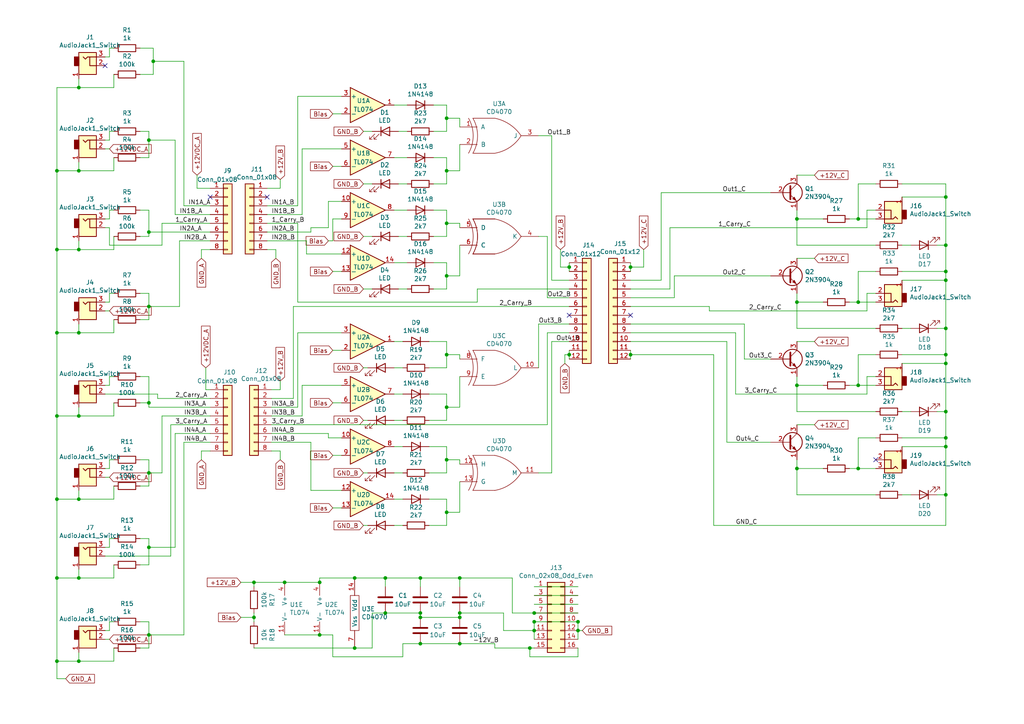
<source format=kicad_sch>
(kicad_sch (version 20250114) (generator "eeschema") (generator_version "9.0")
  (paper "A4")
  (junction (at 248.92 87.63))
  (junction (at 16.51 72.39))
  (junction (at 274.32 143.51))
  (junction (at 248.92 135.89))
  (junction (at 16.51 120.65))
  (junction (at 129.54 133.35))
  (junction (at 274.32 81.28))
  (junction (at 129.54 64.77))
  (junction (at 73.66 168.91))
  (junction (at 92.71 184.15))
  (junction (at 182.88 77.47))
  (junction (at 231.14 111.76))
  (junction (at 82.55 168.91))
  (junction (at 22.86 25.4))
  (junction (at 22.86 120.65))
  (junction (at 121.92 167.64))
  (junction (at 231.14 63.5))
  (junction (at 154.94 180.34))
  (junction (at 154.94 182.88))
  (junction (at 167.64 182.88))
  (junction (at 102.87 167.64))
  (junction (at 274.32 119.38))
  (junction (at 16.51 49.53))
  (junction (at 43.18 184.15))
  (junction (at 154.94 177.8))
  (junction (at 22.86 72.39))
  (junction (at 43.18 158.75))
  (junction (at 129.54 102.87))
  (junction (at 274.32 95.25))
  (junction (at 16.51 191.77))
  (junction (at 22.86 96.52))
  (junction (at 274.32 129.54))
  (junction (at 274.32 105.41))
  (junction (at 129.54 118.11))
  (junction (at 16.51 144.78))
  (junction (at 129.54 49.53))
  (junction (at 182.88 102.87))
  (junction (at 16.51 167.64))
  (junction (at 43.18 116.84))
  (junction (at 231.14 135.89))
  (junction (at 274.32 71.12))
  (junction (at 43.18 137.16))
  (junction (at 133.35 177.8))
  (junction (at 43.18 40.64))
  (junction (at 102.87 187.96))
  (junction (at 165.1 77.47))
  (junction (at 22.86 49.53))
  (junction (at 133.35 186.69))
  (junction (at 43.18 67.31))
  (junction (at 121.92 177.8))
  (junction (at 92.71 168.91))
  (junction (at 43.18 88.9))
  (junction (at 22.86 144.78))
  (junction (at 111.76 167.64))
  (junction (at 22.86 167.64))
  (junction (at 231.14 87.63))
  (junction (at 248.92 63.5))
  (junction (at 73.66 179.07))
  (junction (at 153.67 187.96))
  (junction (at 121.92 186.69))
  (junction (at 111.76 177.8))
  (junction (at 22.86 191.77))
  (junction (at 129.54 34.29))
  (junction (at 44.45 17.78))
  (junction (at 129.54 80.01))
  (junction (at 133.35 179.07))
  (junction (at 121.92 179.07))
  (junction (at 274.32 127))
  (junction (at 129.54 148.59))
  (junction (at 167.64 180.34))
  (junction (at 16.51 96.52))
  (junction (at 274.32 57.15))
  (junction (at 274.32 102.87))
  (junction (at 165.1 102.87))
  (junction (at 274.32 78.74))
  (junction (at 248.92 111.76))
  (junction (at 133.35 167.64))
  (no_connect (at 182.88 91.44))
  (no_connect (at 165.1 91.44))
  (no_connect (at 60.96 57.15))
  (no_connect (at 77.47 57.15))
  (no_connect (at 30.48 19.05))
  (no_connect (at 254 133.35))
  (wire (pts (xy 22.86 191.77) (xy 33.02 191.77)))
  (wire (pts (xy 60.96 113.03) (xy 59.69 113.03)))
  (wire (pts (xy 231.14 74.93) (xy 236.22 74.93)))
  (wire (pts (xy 111.76 167.64) (xy 111.76 170.18)))
  (wire (pts (xy 246.38 87.63) (xy 248.92 87.63)))
  (wire (pts (xy 30.48 87.63) (xy 31.75 87.63)))
  (wire (pts (xy 31.75 158.75) (xy 31.75 156.21)))
  (wire (pts (xy 43.18 38.1) (xy 43.18 40.64)))
  (wire (pts (xy 231.14 99.06) (xy 236.22 99.06)))
  (wire (pts (xy 40.64 60.96) (xy 43.18 60.96)))
  (wire (pts (xy 153.67 187.96) (xy 153.67 190.5)))
  (wire (pts (xy 133.35 133.35) (xy 129.54 133.35)))
  (wire (pts (xy 43.18 88.9) (xy 43.18 92.71)))
  (wire (pts (xy 43.18 133.35) (xy 43.18 137.16)))
  (wire (pts (xy 182.88 102.87) (xy 182.88 101.6)))
  (wire (pts (xy 87.63 111.76) (xy 87.63 120.65)))
  (wire (pts (xy 31.75 85.09) (xy 33.02 85.09)))
  (wire (pts (xy 22.86 142.24) (xy 22.86 144.78)))
  (wire (pts (xy 40.64 13.97) (xy 44.45 13.97)))
  (wire (pts (xy 248.92 87.63) (xy 254 87.63)))
  (wire (pts (xy 78.74 130.81) (xy 81.28 130.81)))
  (wire (pts (xy 43.18 187.96) (xy 40.64 187.96)))
  (wire (pts (xy 116.84 121.92) (xy 114.3 121.92)))
  (wire (pts (xy 236.22 123.19) (xy 231.14 123.19)))
  (wire (pts (xy 154.94 172.72) (xy 167.64 172.72)))
  (wire (pts (xy 33.02 68.58) (xy 33.02 72.39)))
  (wire (pts (xy 274.32 105.41) (xy 274.32 119.38)))
  (wire (pts (xy 87.63 43.18) (xy 99.06 43.18)))
  (wire (pts (xy 114.3 30.48) (xy 118.11 30.48)))
  (wire (pts (xy 165.1 102.87) (xy 163.83 102.87)))
  (wire (pts (xy 43.18 163.83) (xy 40.64 163.83)))
  (wire (pts (xy 22.86 96.52) (xy 33.02 96.52)))
  (wire (pts (xy 43.18 118.11) (xy 43.18 116.84)))
  (wire (pts (xy 168.91 182.88) (xy 167.64 182.88)))
  (wire (pts (xy 156.21 106.68) (xy 156.21 93.98)))
  (wire (pts (xy 271.78 143.51) (xy 274.32 143.51)))
  (wire (pts (xy 121.92 177.8) (xy 121.92 179.07)))
  (wire (pts (xy 238.76 63.5) (xy 231.14 63.5)))
  (wire (pts (xy 121.92 167.64) (xy 133.35 167.64)))
  (wire (pts (xy 107.95 68.58) (xy 105.41 68.58)))
  (wire (pts (xy 60.96 72.39) (xy 58.42 72.39)))
  (wire (pts (xy 114.3 144.78) (xy 116.84 144.78)))
  (wire (pts (xy 274.32 81.28) (xy 274.32 95.25)))
  (wire (pts (xy 248.92 135.89) (xy 254 135.89)))
  (wire (pts (xy 58.42 72.39) (xy 58.42 74.93)))
  (wire (pts (xy 80.01 72.39) (xy 80.01 74.93)))
  (wire (pts (xy 16.51 144.78) (xy 16.51 167.64)))
  (wire (pts (xy 30.48 158.75) (xy 31.75 158.75)))
  (wire (pts (xy 186.69 72.39) (xy 186.69 77.47)))
  (wire (pts (xy 31.75 38.1) (xy 33.02 38.1)))
  (wire (pts (xy 95.25 125.73) (xy 95.25 127)))
  (wire (pts (xy 274.32 57.15) (xy 274.32 71.12)))
  (wire (pts (xy 43.18 92.71) (xy 40.64 92.71)))
  (wire (pts (xy 88.9 69.85) (xy 88.9 73.66)))
  (wire (pts (xy 129.54 152.4) (xy 124.46 152.4)))
  (wire (pts (xy 50.8 158.75) (xy 43.18 158.75)))
  (wire (pts (xy 238.76 111.76) (xy 231.14 111.76)))
  (wire (pts (xy 129.54 137.16) (xy 124.46 137.16)))
  (wire (pts (xy 191.77 81.28) (xy 182.88 81.28)))
  (wire (pts (xy 99.06 147.32) (xy 96.52 147.32)))
  (wire (pts (xy 182.88 96.52) (xy 213.36 96.52)))
  (wire (pts (xy 78.74 123.19) (xy 158.75 123.19)))
  (wire (pts (xy 31.75 87.63) (xy 31.75 85.09)))
  (wire (pts (xy 215.9 104.14) (xy 223.52 104.14)))
  (wire (pts (xy 30.48 16.51) (xy 31.75 16.51)))
  (wire (pts (xy 195.58 86.36) (xy 182.88 86.36)))
  (wire (pts (xy 96.52 184.15) (xy 96.52 190.5)))
  (wire (pts (xy 43.18 85.09) (xy 43.18 88.9)))
  (wire (pts (xy 238.76 135.89) (xy 231.14 135.89)))
  (wire (pts (xy 40.64 38.1) (xy 43.18 38.1)))
  (wire (pts (xy 31.75 156.21) (xy 33.02 156.21)))
  (wire (pts (xy 43.18 60.96) (xy 43.18 67.31)))
  (wire (pts (xy 167.64 180.34) (xy 167.64 182.88)))
  (wire (pts (xy 46.99 64.77) (xy 60.96 64.77)))
  (wire (pts (xy 22.86 49.53) (xy 33.02 49.53)))
  (wire (pts (xy 30.48 40.64) (xy 31.75 40.64)))
  (wire (pts (xy 133.35 64.77) (xy 133.35 66.04)))
  (wire (pts (xy 215.9 93.98) (xy 215.9 104.14)))
  (wire (pts (xy 99.06 101.6) (xy 96.52 101.6)))
  (wire (pts (xy 81.28 52.07) (xy 81.28 54.61)))
  (wire (pts (xy 165.1 102.87) (xy 165.1 104.14)))
  (wire (pts (xy 129.54 83.82) (xy 125.73 83.82)))
  (wire (pts (xy 22.86 25.4) (xy 33.02 25.4)))
  (wire (pts (xy 121.92 186.69) (xy 133.35 186.69)))
  (wire (pts (xy 22.86 96.52) (xy 16.51 96.52)))
  (wire (pts (xy 43.18 156.21) (xy 43.18 158.75)))
  (wire (pts (xy 81.28 130.81) (xy 81.28 133.35)))
  (wire (pts (xy 99.06 73.66) (xy 88.9 73.66)))
  (wire (pts (xy 107.95 83.82) (xy 105.41 83.82)))
  (wire (pts (xy 231.14 63.5) (xy 231.14 60.96)))
  (wire (pts (xy 22.86 144.78) (xy 33.02 144.78)))
  (wire (pts (xy 129.54 45.72) (xy 129.54 49.53)))
  (wire (pts (xy 33.02 92.71) (xy 33.02 96.52)))
  (wire (pts (xy 129.54 64.77) (xy 133.35 64.77)))
  (wire (pts (xy 138.43 87.63) (xy 86.36 87.63)))
  (wire (pts (xy 248.92 63.5) (xy 254 63.5)))
  (wire (pts (xy 125.73 76.2) (xy 129.54 76.2)))
  (wire (pts (xy 156.21 68.58) (xy 158.75 68.58)))
  (wire (pts (xy 143.51 187.96) (xy 143.51 186.69)))
  (wire (pts (xy 231.14 87.63) (xy 231.14 85.09)))
  (wire (pts (xy 16.51 49.53) (xy 16.51 72.39)))
  (wire (pts (xy 129.54 148.59) (xy 129.54 152.4)))
  (wire (pts (xy 254 143.51) (xy 231.14 143.51)))
  (wire (pts (xy 82.55 184.15) (xy 92.71 184.15)))
  (wire (pts (xy 129.54 49.53) (xy 133.35 49.53)))
  (wire (pts (xy 124.46 114.3) (xy 129.54 114.3)))
  (wire (pts (xy 153.67 187.96) (xy 143.51 187.96)))
  (wire (pts (xy 129.54 38.1) (xy 125.73 38.1)))
  (wire (pts (xy 31.75 111.76) (xy 31.75 109.22)))
  (wire (pts (xy 133.35 104.14) (xy 133.35 102.87)))
  (wire (pts (xy 16.51 72.39) (xy 16.51 96.52)))
  (wire (pts (xy 60.96 118.11) (xy 43.18 118.11)))
  (wire (pts (xy 116.84 186.69) (xy 121.92 186.69)))
  (wire (pts (xy 46.99 120.65) (xy 46.99 137.16)))
  (wire (pts (xy 95.25 58.42) (xy 99.06 58.42)))
  (wire (pts (xy 43.18 116.84) (xy 40.64 116.84)))
  (wire (pts (xy 111.76 177.8) (xy 121.92 177.8)))
  (wire (pts (xy 129.54 68.58) (xy 125.73 68.58)))
  (wire (pts (xy 274.32 81.28) (xy 261.62 81.28)))
  (wire (pts (xy 22.86 165.1) (xy 22.86 167.64)))
  (wire (pts (xy 43.18 40.64) (xy 50.8 40.64)))
  (wire (pts (xy 167.64 182.88) (xy 167.64 185.42)))
  (wire (pts (xy 31.75 40.64) (xy 31.75 38.1)))
  (wire (pts (xy 31.75 71.12) (xy 31.75 66.04)))
  (wire (pts (xy 107.95 177.8) (xy 111.76 177.8)))
  (wire (pts (xy 129.54 80.01) (xy 133.35 80.01)))
  (wire (pts (xy 46.99 71.12) (xy 46.99 64.77)))
  (wire (pts (xy 116.84 106.68) (xy 114.3 106.68)))
  (wire (pts (xy 49.53 123.19) (xy 49.53 161.29)))
  (wire (pts (xy 44.45 17.78) (xy 44.45 21.59)))
  (wire (pts (xy 129.54 106.68) (xy 124.46 106.68)))
  (wire (pts (xy 165.1 101.6) (xy 165.1 102.87)))
  (wire (pts (xy 261.62 95.25) (xy 264.16 95.25)))
  (wire (pts (xy 114.3 45.72) (xy 118.11 45.72)))
  (wire (pts (xy 186.69 77.47) (xy 182.88 77.47)))
  (wire (pts (xy 248.92 78.74) (xy 248.92 87.63)))
  (wire (pts (xy 30.48 43.18) (xy 31.75 43.18)))
  (wire (pts (xy 148.59 177.8) (xy 148.59 167.64)))
  (wire (pts (xy 22.86 25.4) (xy 16.51 25.4)))
  (wire (pts (xy 182.88 93.98) (xy 215.9 93.98)))
  (wire (pts (xy 78.74 118.11) (xy 86.36 118.11)))
  (wire (pts (xy 78.74 128.27) (xy 90.17 128.27)))
  (wire (pts (xy 274.32 53.34) (xy 274.32 57.15)))
  (wire (pts (xy 231.14 143.51) (xy 231.14 135.89)))
  (wire (pts (xy 254 119.38) (xy 231.14 119.38)))
  (wire (pts (xy 251.46 109.22) (xy 251.46 114.3)))
  (wire (pts (xy 248.92 111.76) (xy 254 111.76)))
  (wire (pts (xy 31.75 109.22) (xy 33.02 109.22)))
  (wire (pts (xy 133.35 102.87) (xy 129.54 102.87)))
  (wire (pts (xy 163.83 102.87) (xy 163.83 105.41)))
  (wire (pts (xy 86.36 96.52) (xy 99.06 96.52)))
  (wire (pts (xy 167.64 190.5) (xy 167.64 187.96)))
  (wire (pts (xy 22.86 144.78) (xy 16.51 144.78)))
  (wire (pts (xy 30.48 161.29) (xy 49.53 161.29)))
  (wire (pts (xy 271.78 95.25) (xy 274.32 95.25)))
  (wire (pts (xy 251.46 85.09) (xy 251.46 90.17)))
  (wire (pts (xy 254 102.87) (xy 248.92 102.87)))
  (wire (pts (xy 96.52 190.5) (xy 116.84 190.5)))
  (wire (pts (xy 22.86 72.39) (xy 33.02 72.39)))
  (wire (pts (xy 165.1 81.28) (xy 160.02 81.28)))
  (wire (pts (xy 40.64 109.22) (xy 43.18 109.22)))
  (wire (pts (xy 261.62 53.34) (xy 274.32 53.34)))
  (wire (pts (xy 16.51 196.85) (xy 16.51 191.77)))
  (wire (pts (xy 129.54 129.54) (xy 129.54 133.35)))
  (wire (pts (xy 158.75 123.19) (xy 158.75 96.52)))
  (wire (pts (xy 52.07 88.9) (xy 43.18 88.9)))
  (wire (pts (xy 205.74 88.9) (xy 182.88 88.9)))
  (wire (pts (xy 31.75 66.04) (xy 30.48 66.04)))
  (wire (pts (xy 191.77 55.88) (xy 223.52 55.88)))
  (wire (pts (xy 73.66 168.91) (xy 73.66 170.18)))
  (wire (pts (xy 274.32 105.41) (xy 261.62 105.41)))
  (wire (pts (xy 148.59 167.64) (xy 133.35 167.64)))
  (wire (pts (xy 194.31 83.82) (xy 182.88 83.82)))
  (wire (pts (xy 43.18 109.22) (xy 43.18 116.84)))
  (wire (pts (xy 99.06 132.08) (xy 96.52 132.08)))
  (wire (pts (xy 154.94 187.96) (xy 153.67 187.96)))
  (wire (pts (xy 44.45 13.97) (xy 44.45 17.78)))
  (wire (pts (xy 106.68 106.68) (xy 105.41 106.68)))
  (wire (pts (xy 33.02 116.84) (xy 33.02 120.65)))
  (wire (pts (xy 248.92 63.5) (xy 248.92 53.34)))
  (wire (pts (xy 114.3 114.3) (xy 116.84 114.3)))
  (wire (pts (xy 57.15 54.61) (xy 57.15 50.8)))
  (wire (pts (xy 156.21 137.16) (xy 160.02 137.16)))
  (wire (pts (xy 118.11 68.58) (xy 115.57 68.58)))
  (wire (pts (xy 92.71 168.91) (xy 92.71 167.64)))
  (wire (pts (xy 246.38 111.76) (xy 248.92 111.76)))
  (wire (pts (xy 129.54 114.3) (xy 129.54 118.11)))
  (wire (pts (xy 90.17 67.31) (xy 90.17 66.04)))
  (wire (pts (xy 40.64 133.35) (xy 43.18 133.35)))
  (wire (pts (xy 162.56 72.39) (xy 162.56 77.47)))
  (wire (pts (xy 31.75 63.5) (xy 31.75 60.96)))
  (wire (pts (xy 31.75 135.89) (xy 31.75 133.35)))
  (wire (pts (xy 261.62 143.51) (xy 264.16 143.51)))
  (wire (pts (xy 251.46 90.17) (xy 205.74 90.17)))
  (wire (pts (xy 118.11 83.82) (xy 115.57 83.82)))
  (wire (pts (xy 160.02 137.16) (xy 160.02 99.06)))
  (wire (pts (xy 85.09 115.57) (xy 78.74 115.57)))
  (wire (pts (xy 254 95.25) (xy 231.14 95.25)))
  (wire (pts (xy 129.54 76.2) (xy 129.54 80.01)))
  (wire (pts (xy 73.66 177.8) (xy 73.66 179.07)))
  (wire (pts (xy 195.58 80.01) (xy 223.52 80.01)))
  (wire (pts (xy 90.17 142.24) (xy 99.06 142.24)))
  (wire (pts (xy 69.85 168.91) (xy 73.66 168.91)))
  (wire (pts (xy 16.51 196.85) (xy 19.05 196.85)))
  (wire (pts (xy 129.54 49.53) (xy 129.54 53.34)))
  (wire (pts (xy 60.96 130.81) (xy 58.42 130.81)))
  (wire (pts (xy 22.86 49.53) (xy 16.51 49.53)))
  (wire (pts (xy 116.84 152.4) (xy 114.3 152.4)))
  (wire (pts (xy 82.55 168.91) (xy 92.71 168.91)))
  (wire (pts (xy 30.48 63.5) (xy 31.75 63.5)))
  (wire (pts (xy 22.86 72.39) (xy 16.51 72.39)))
  (wire (pts (xy 156.21 93.98) (xy 165.1 93.98)))
  (wire (pts (xy 22.86 120.65) (xy 33.02 120.65)))
  (wire (pts (xy 246.38 135.89) (xy 248.92 135.89)))
  (wire (pts (xy 60.96 125.73) (xy 50.8 125.73)))
  (wire (pts (xy 60.96 123.19) (xy 49.53 123.19)))
  (wire (pts (xy 194.31 66.04) (xy 251.46 66.04)))
  (wire (pts (xy 182.88 77.47) (xy 182.88 76.2)))
  (wire (pts (xy 78.74 125.73) (xy 95.25 125.73)))
  (wire (pts (xy 261.62 127) (xy 274.32 127)))
  (wire (pts (xy 121.92 167.64) (xy 121.92 170.18)))
  (wire (pts (xy 77.47 67.31) (xy 90.17 67.31)))
  (wire (pts (xy 213.36 114.3) (xy 213.36 96.52)))
  (wire (pts (xy 133.35 34.29) (xy 129.54 34.29)))
  (wire (pts (xy 160.02 81.28) (xy 160.02 39.37)))
  (wire (pts (xy 129.54 53.34) (xy 125.73 53.34)))
  (wire (pts (xy 90.17 66.04) (xy 95.25 66.04)))
  (wire (pts (xy 129.54 148.59) (xy 133.35 148.59)))
  (wire (pts (xy 43.18 140.97) (xy 40.64 140.97)))
  (wire (pts (xy 31.75 185.42) (xy 30.48 185.42)))
  (wire (pts (xy 248.92 53.34) (xy 254 53.34)))
  (wire (pts (xy 77.47 59.69) (xy 86.36 59.69)))
  (wire (pts (xy 81.28 110.49) (xy 81.28 113.03)))
  (wire (pts (xy 60.96 69.85) (xy 52.07 69.85)))
  (wire (pts (xy 31.75 182.88) (xy 31.75 180.34)))
  (wire (pts (xy 274.32 78.74) (xy 274.32 81.28)))
  (wire (pts (xy 44.45 17.78) (xy 53.34 17.78)))
  (wire (pts (xy 60.96 59.69) (xy 53.34 59.69)))
  (wire (pts (xy 85.09 88.9) (xy 165.1 88.9)))
  (wire (pts (xy 182.88 99.06) (xy 210.82 99.06)))
  (wire (pts (xy 33.02 187.96) (xy 33.02 191.77)))
  (wire (pts (xy 85.09 88.9) (xy 85.09 115.57)))
  (wire (pts (xy 158.75 96.52) (xy 165.1 96.52)))
  (wire (pts (xy 254 71.12) (xy 231.14 71.12)))
  (wire (pts (xy 231.14 95.25) (xy 231.14 87.63)))
  (wire (pts (xy 16.51 191.77) (xy 16.51 167.64)))
  (wire (pts (xy 30.48 135.89) (xy 31.75 135.89)))
  (wire (pts (xy 99.06 116.84) (xy 96.52 116.84)))
  (wire (pts (xy 261.62 78.74) (xy 274.32 78.74)))
  (wire (pts (xy 118.11 38.1) (xy 115.57 38.1)))
  (wire (pts (xy 22.86 120.65) (xy 16.51 120.65)))
  (wire (pts (xy 46.99 71.12) (xy 31.75 71.12)))
  (wire (pts (xy 43.18 67.31) (xy 43.18 68.58)))
  (wire (pts (xy 133.35 49.53) (xy 133.35 41.91)))
  (wire (pts (xy 165.1 83.82) (xy 138.43 83.82)))
  (wire (pts (xy 31.75 180.34) (xy 33.02 180.34)))
  (wire (pts (xy 124.46 129.54) (xy 129.54 129.54)))
  (wire (pts (xy 73.66 179.07) (xy 73.66 180.34)))
  (wire (pts (xy 274.32 152.4) (xy 274.32 143.51)))
  (wire (pts (xy 96.52 69.85) (xy 95.25 69.85)))
  (wire (pts (xy 205.74 90.17) (xy 205.74 88.9)))
  (wire (pts (xy 129.54 80.01) (xy 129.54 83.82)))
  (wire (pts (xy 162.56 77.47) (xy 165.1 77.47)))
  (wire (pts (xy 22.86 93.98) (xy 22.86 96.52)))
  (wire (pts (xy 129.54 102.87) (xy 129.54 106.68)))
  (wire (pts (xy 129.54 118.11) (xy 129.54 121.92)))
  (wire (pts (xy 129.54 30.48) (xy 129.54 34.29)))
  (wire (pts (xy 53.34 184.15) (xy 43.18 184.15)))
  (wire (pts (xy 274.32 119.38) (xy 274.32 127)))
  (wire (pts (xy 16.51 25.4) (xy 16.51 49.53)))
  (wire (pts (xy 33.02 140.97) (xy 33.02 144.78)))
  (wire (pts (xy 154.94 182.88) (xy 154.94 180.34)))
  (wire (pts (xy 254 127) (xy 248.92 127)))
  (wire (pts (xy 274.32 127) (xy 274.32 129.54)))
  (wire (pts (xy 271.78 71.12) (xy 274.32 71.12)))
  (wire (pts (xy 274.32 129.54) (xy 261.62 129.54)))
  (wire (pts (xy 22.86 69.85) (xy 22.86 72.39)))
  (wire (pts (xy 154.94 177.8) (xy 148.59 177.8)))
  (wire (pts (xy 53.34 128.27) (xy 53.34 184.15)))
  (wire (pts (xy 22.86 191.77) (xy 16.51 191.77)))
  (wire (pts (xy 46.99 137.16) (xy 43.18 137.16)))
  (wire (pts (xy 261.62 119.38) (xy 264.16 119.38)))
  (wire (pts (xy 99.06 33.02) (xy 96.52 33.02)))
  (wire (pts (xy 16.51 96.52) (xy 16.51 120.65)))
  (wire (pts (xy 254 109.22) (xy 251.46 109.22)))
  (wire (pts (xy 86.36 64.77) (xy 86.36 87.63)))
  (wire (pts (xy 182.88 104.14) (xy 182.88 102.87)))
  (wire (pts (xy 73.66 187.96) (xy 102.87 187.96)))
  (wire (pts (xy 22.86 22.86) (xy 22.86 25.4)))
  (wire (pts (xy 30.48 182.88) (xy 31.75 182.88)))
  (wire (pts (xy 251.46 114.3) (xy 213.36 114.3)))
  (wire (pts (xy 261.62 71.12) (xy 264.16 71.12)))
  (wire (pts (xy 31.75 13.97) (xy 33.02 13.97)))
  (wire (pts (xy 59.69 113.03) (xy 59.69 106.68)))
  (wire (pts (xy 86.36 64.77) (xy 77.47 64.77)))
  (wire (pts (xy 78.74 120.65) (xy 87.63 120.65)))
  (wire (pts (xy 77.47 69.85) (xy 88.9 69.85)))
  (wire (pts (xy 22.86 46.99) (xy 22.86 49.53)))
  (wire (pts (xy 95.25 66.04) (xy 95.25 58.42)))
  (wire (pts (xy 125.73 60.96) (xy 129.54 60.96)))
  (wire (pts (xy 248.92 127) (xy 248.92 135.89)))
  (wire (pts (xy 160.02 99.06) (xy 165.1 99.06)))
  (wire (pts (xy 129.54 60.96) (xy 129.54 64.77)))
  (wire (pts (xy 22.86 167.64) (xy 33.02 167.64)))
  (wire (pts (xy 238.76 87.63) (xy 231.14 87.63)))
  (wire (pts (xy 40.64 180.34) (xy 43.18 180.34)))
  (wire (pts (xy 207.01 152.4) (xy 274.32 152.4)))
  (wire (pts (xy 146.05 177.8) (xy 146.05 182.88)))
  (wire (pts (xy 129.54 121.92) (xy 124.46 121.92)))
  (wire (pts (xy 231.14 50.8) (xy 236.22 50.8)))
  (wire (pts (xy 156.21 39.37) (xy 160.02 39.37)))
  (wire (pts (xy 16.51 120.65) (xy 16.51 144.78)))
  (wire (pts (xy 133.35 134.62) (xy 133.35 133.35)))
  (wire (pts (xy 81.28 54.61) (xy 77.47 54.61)))
  (wire (pts (xy 114.3 129.54) (xy 116.84 129.54)))
  (wire (pts (xy 210.82 128.27) (xy 223.52 128.27)))
  (wire (pts (xy 254 78.74) (xy 248.92 78.74)))
  (wire (pts (xy 31.75 138.43) (xy 30.48 138.43)))
  (wire (pts (xy 33.02 45.72) (xy 33.02 49.53)))
  (wire (pts (xy 99.06 63.5) (xy 96.52 63.5)))
  (wire (pts (xy 53.34 17.78) (xy 53.34 59.69)))
  (wire (pts (xy 167.64 170.18) (xy 154.94 170.18)))
  (wire (pts (xy 129.54 64.77) (xy 129.54 68.58)))
  (wire (pts (xy 60.96 67.31) (xy 43.18 67.31)))
  (wire (pts (xy 43.18 45.72) (xy 40.64 45.72)))
  (wire (pts (xy 60.96 62.23) (xy 50.8 62.23)))
  (wire (pts (xy 92.71 167.64) (xy 102.87 167.64)))
  (wire (pts (xy 92.71 184.15) (xy 96.52 184.15)))
  (wire (pts (xy 231.14 71.12) (xy 231.14 63.5)))
  (wire (pts (xy 125.73 30.48) (xy 129.54 30.48)))
  (wire (pts (xy 50.8 40.64) (xy 50.8 62.23)))
  (wire (pts (xy 129.54 99.06) (xy 129.54 102.87)))
  (wire (pts (xy 106.68 137.16) (xy 105.41 137.16)))
  (wire (pts (xy 167.64 177.8) (xy 154.94 177.8)))
  (wire (pts (xy 231.14 135.89) (xy 231.14 133.35)))
  (wire (pts (xy 129.54 144.78) (xy 129.54 148.59)))
  (wire (pts (xy 133.35 167.64) (xy 133.35 170.18)))
  (wire (pts (xy 231.14 119.38) (xy 231.14 111.76)))
  (wire (pts (xy 31.75 16.51) (xy 31.75 13.97)))
  (wire (pts (xy 138.43 83.82) (xy 138.43 87.63)))
  (wire (pts (xy 153.67 190.5) (xy 167.64 190.5)))
  (wire (pts (xy 274.32 102.87) (xy 274.32 105.41)))
  (wire (pts (xy 114.3 76.2) (xy 118.11 76.2)))
  (wire (pts (xy 87.63 43.18) (xy 87.63 62.23)))
  (wire (pts (xy 182.88 78.74) (xy 182.88 77.47)))
  (wire (pts (xy 165.1 77.47) (xy 165.1 76.2)))
  (wire (pts (xy 254 60.96) (xy 251.46 60.96)))
  (wire (pts (xy 96.52 63.5) (xy 96.52 69.85)))
  (wire (pts (xy 107.95 38.1) (xy 105.41 38.1)))
  (wire (pts (xy 60.96 54.61) (xy 57.15 54.61)))
  (wire (pts (xy 95.25 127) (xy 99.06 127)))
  (wire (pts (xy 116.84 190.5) (xy 116.84 186.69)))
  (wire (pts (xy 30.48 111.76) (xy 31.75 111.76)))
  (wire (pts (xy 43.18 137.16) (xy 43.18 140.97)))
  (wire (pts (xy 43.18 180.34) (xy 43.18 184.15)))
  (wire (pts (xy 77.47 62.23) (xy 87.63 62.23)))
  (wire (pts (xy 87.63 111.76) (xy 99.06 111.76)))
  (wire (pts (xy 133.35 177.8) (xy 146.05 177.8)))
  (wire (pts (xy 106.68 121.92) (xy 105.41 121.92)))
  (wire (pts (xy 167.64 175.26) (xy 154.94 175.26)))
  (wire (pts (xy 45.72 115.57) (xy 45.72 114.3)))
  (wire (pts (xy 60.96 128.27) (xy 53.34 128.27)))
  (wire (pts (xy 246.38 63.5) (xy 248.92 63.5)))
  (wire (pts (xy 16.51 167.64) (xy 22.86 167.64)))
  (wire (pts (xy 114.3 99.06) (xy 116.84 99.06)))
  (wire (pts (xy 31.75 60.96) (xy 33.02 60.96)))
  (wire (pts (xy 158.75 86.36) (xy 165.1 86.36)))
  (wire (pts (xy 114.3 60.96) (xy 118.11 60.96)))
  (wire (pts (xy 58.42 130.81) (xy 58.42 133.35)))
  (wire (pts (xy 43.18 40.64) (xy 43.18 45.72)))
  (wire (pts (xy 60.96 120.65) (xy 46.99 120.65)))
  (wire (pts (xy 44.45 21.59) (xy 40.64 21.59)))
  (wire (pts (xy 43.18 158.75) (xy 43.18 163.83)))
  (wire (pts (xy 271.78 119.38) (xy 274.32 119.38)))
  (wire (pts (xy 248.92 102.87) (xy 248.92 111.76)))
  (wire (pts (xy 182.88 102.87) (xy 207.01 102.87)))
  (wire (pts (xy 33.02 163.83) (xy 33.02 167.64)))
  (wire (pts (xy 99.06 48.26) (xy 96.52 48.26)))
  (wire (pts (xy 167.64 180.34) (xy 154.94 180.34)))
  (wire (pts (xy 86.36 118.11) (xy 86.36 96.52)))
  (wire (pts (xy 86.36 27.94) (xy 99.06 27.94)))
  (wire (pts (xy 274.32 143.51) (xy 274.32 129.54)))
  (wire (pts (xy 33.02 21.59) (xy 33.02 25.4)))
  (wire (pts (xy 125.73 45.72) (xy 129.54 45.72)))
  (wire (pts (xy 99.06 78.74) (xy 96.52 78.74)))
  (wire (pts (xy 40.64 85.09) (xy 43.18 85.09)))
  (wire (pts (xy 207.01 102.87) (xy 207.01 152.4)))
  (wire (pts (xy 50.8 125.73) (xy 50.8 158.75)))
  (wire (pts (xy 133.35 148.59) (xy 133.35 139.7)))
  (wire (pts (xy 22.86 189.23) (xy 22.86 191.77)))
  (wire (pts (xy 133.35 36.83) (xy 133.35 34.29)))
  (wire (pts (xy 143.51 186.69) (xy 133.35 186.69)))
  (wire (pts (xy 195.58 80.01) (xy 195.58 86.36)))
  (wire (pts (xy 31.75 133.35) (xy 33.02 133.35)))
  (wire (pts (xy 52.07 69.85) (xy 52.07 88.9)))
  (wire (pts (xy 231.14 111.76) (xy 231.14 109.22)))
  (wire (pts (xy 210.82 99.06) (xy 210.82 128.27)))
  (wire (pts (xy 158.75 68.58) (xy 158.75 86.36)))
  (wire (pts (xy 254 85.09) (xy 251.46 85.09)))
  (wire (pts (xy 107.95 53.34) (xy 105.41 53.34)))
  (wire (pts (xy 43.18 68.58) (xy 40.64 68.58)))
  (wire (pts (xy 133.35 118.11) (xy 133.35 109.22)))
  (wire (pts (xy 118.11 53.34) (xy 115.57 53.34)))
  (wire (pts (xy 45.72 115.57) (xy 60.96 115.57)))
  (wire (pts (xy 133.35 177.8) (xy 133.35 179.07)))
  (wire (pts (xy 22.86 118.11) (xy 22.86 120.65)))
  (wire (pts (xy 77.47 72.39) (xy 80.01 72.39)))
  (wire (pts (xy 146.05 182.88) (xy 154.94 182.88)))
  (wire (pts (xy 124.46 99.06) (xy 129.54 99.06)))
  (wire (pts (xy 194.31 66.04) (xy 194.31 83.82)))
  (wire (pts (xy 86.36 27.94) (xy 86.36 59.69)))
  (wire (pts (xy 81.28 113.03) (xy 78.74 113.03)))
  (wire (pts (xy 107.95 187.96) (xy 107.95 177.8)))
  (wire (pts (xy 73.66 168.91) (xy 82.55 168.91)))
  (wire (pts (xy 90.17 128.27) (xy 90.17 142.24)))
  (wire (pts (xy 69.85 179.07) (xy 73.66 179.07)))
  (wire (pts (xy 45.72 114.3) (xy 30.48 114.3)))
  (wire (pts (xy 40.64 156.21) (xy 43.18 156.21)))
  (wire (pts (xy 129.54 133.35) (xy 129.54 137.16)))
  (wire (pts (xy 43.18 184.15) (xy 43.18 187.96)))
  (wire (pts (xy 133.35 80.01) (xy 133.35 71.12)))
  (wire (pts (xy 102.87 167.64) (xy 111.76 167.64)))
  (wire (pts (xy 165.1 78.74) (xy 165.1 77.47)))
  (wire (pts (xy 121.92 179.07) (xy 133.35 179.07)))
  (wire (pts (xy 116.84 137.16) (xy 114.3 137.16)))
  (wire (pts (xy 124.46 144.78) (xy 129.54 144.78)))
  (wire (pts (xy 106.68 152.4) (xy 105.41 152.4)))
  (wire (pts (xy 191.77 55.88) (xy 191.77 81.28)))
  (wire (pts (xy 31.75 90.17) (xy 30.48 90.17)))
  (wire (pts (xy 111.76 167.64) (xy 121.92 167.64)))
  (wire (pts (xy 102.87 187.96) (xy 107.95 187.96)))
  (wire (pts (xy 274.32 71.12) (xy 274.32 78.74)))
  (wire (pts (xy 274.32 95.25) (xy 274.32 102.87)))
  (wire (pts (xy 154.94 182.88) (xy 154.94 185.42)))
  (wire (pts (xy 261.62 57.15) (xy 274.32 57.15)))
  (wire (pts (xy 251.46 60.96) (xy 251.46 66.04)))
  (wire (pts (xy 129.54 34.29) (xy 129.54 38.1)))
  (wire (pts (xy 261.62 102.87) (xy 274.32 102.87)))
  (wire (pts (xy 129.54 118.11) (xy 133.35 118.11)))
  (label "Out2_B" (at 158.75 86.36 0))
  (label "IN1B_A" (at 52.07 62.23 0))
  (label "IN4B_A" (at 53.34 128.27 0))
  (label "IN2B_A" (at 53.34 69.85 0))
  (label "IN4A_B" (at 78.74 125.73 0))
  (label "IN3A_A" (at 53.34 118.11 0))
  (label "IN3B_A" (at 53.34 120.65 0))
  (label "IN2A_A" (at 52.07 67.31 0))
  (label "IN1A_B" (at 78.74 59.69 0))
  (label "2_Carry_B" (at 144.78 88.9 0))
  (label "IN2A_B" (at 78.74 67.31 0))
  (label "2_Carry_A" (at 50.8 115.57 0))
  (label "Out4_B" (at 161.29 99.06 0))
  (label "IN1A_A" (at 54.61 59.69 0))
  (label "Out4_C" (at 213.36 128.27 0))
  (label "1_Carry_B" (at 78.74 64.77 0))
  (label "1_Carry_A" (at 50.8 64.77 0))
  (label "IN3B_B" (at 78.74 120.65 0))
  (label "IN2B_B" (at 78.74 69.85 0))
  (label "1_Carry_C" (at 208.28 66.04 0))
  (label "Out3_B" (at 156.21 93.98 0))
  (label "3_Carry_A" (at 50.8 123.19 0))
  (label "IN3A_B" (at 78.74 118.11 0))
  (label "IN4B_B" (at 78.74 128.27 0))
  (label "IN1B_B" (at 78.74 62.23 0))
  (label "Out2_C" (at 209.55 80.01 0))
  (label "Out3_C" (at 217.17 104.14 0))
  (label "IN4A_A" (at 53.34 125.73 0))
  (label "3_Carry_B" (at 78.74 123.19 0))
  (label "Out1_C" (at 209.55 55.88 0))
  (label "2_Carry_C" (at 217.17 90.17 0))
  (label "Out1_B" (at 158.75 39.37 0))
  (label "-12V_B" (at 137.16 186.69 0))
  (label "3_Carry_C" (at 215.9 114.3 0))
  (label "GND_C" (at 213.36 152.4 0))
  (global_label "+12V_C" (shape input) (at 236.22 123.19 0) (property "Intersheetrefs" "${INTERSHEET_REFS}" (effects (hide yes))))
  (global_label "+12V_C" (shape input) (at 236.22 74.93 0) (property "Intersheetrefs" "${INTERSHEET_REFS}" (effects (hide yes))))
  (global_label "GND_B" (shape input) (at 105.41 68.58 180) (property "Intersheetrefs" "${INTERSHEET_REFS}" (effects (hide yes))))
  (global_label "+12V_C" (shape input) (at 186.69 72.39 90) (property "Intersheetrefs" "${INTERSHEET_REFS}" (effects (hide yes))))
  (global_label "+12VDC_A" (shape input) (at 59.69 106.68 90) (property "Intersheetrefs" "${INTERSHEET_REFS}" (effects (hide yes))))
  (global_label "Bias" (shape input) (at 96.52 147.32 180) (property "Intersheetrefs" "${INTERSHEET_REFS}" (effects (hide yes))))
  (global_label "GND_B" (shape input) (at 105.41 121.92 180) (property "Intersheetrefs" "${INTERSHEET_REFS}" (effects (hide yes))))
  (global_label "GND_B" (shape input) (at 105.41 152.4 180) (property "Intersheetrefs" "${INTERSHEET_REFS}" (effects (hide yes))))
  (global_label "+12V_B" (shape input) (at 81.28 110.49 90) (property "Intersheetrefs" "${INTERSHEET_REFS}" (effects (hide yes))))
  (global_label "GND_B" (shape input) (at 81.28 133.35 270) (property "Intersheetrefs" "${INTERSHEET_REFS}" (effects (hide yes))))
  (global_label "GND_B" (shape input) (at 105.41 38.1 180) (property "Intersheetrefs" "${INTERSHEET_REFS}" (effects (hide yes))))
  (global_label "+12V_B" (shape input) (at 69.85 168.91 180) (property "Intersheetrefs" "${INTERSHEET_REFS}" (effects (hide yes))))
  (global_label "GND_B" (shape input) (at 163.83 105.41 270) (property "Intersheetrefs" "${INTERSHEET_REFS}" (effects (hide yes))))
  (global_label "Bias" (shape input) (at 96.52 101.6 180) (property "Intersheetrefs" "${INTERSHEET_REFS}" (effects (hide yes))))
  (global_label "GND_A" (shape input) (at 58.42 133.35 270) (property "Intersheetrefs" "${INTERSHEET_REFS}" (effects (hide yes))))
  (global_label "+12V_C" (shape input) (at 236.22 50.8 0) (property "Intersheetrefs" "${INTERSHEET_REFS}" (effects (hide yes))))
  (global_label "Bias" (shape input) (at 96.52 78.74 180) (property "Intersheetrefs" "${INTERSHEET_REFS}" (effects (hide yes))))
  (global_label "Bias" (shape input) (at 95.25 69.85 180) (property "Intersheetrefs" "${INTERSHEET_REFS}" (effects (hide yes))))
  (global_label "Bias" (shape input) (at 96.52 132.08 180) (property "Intersheetrefs" "${INTERSHEET_REFS}" (effects (hide yes))))
  (global_label "GND_B" (shape input) (at 168.91 182.88 0) (property "Intersheetrefs" "${INTERSHEET_REFS}" (effects (hide yes))))
  (global_label "Bias" (shape input) (at 96.52 33.02 180) (property "Intersheetrefs" "${INTERSHEET_REFS}" (effects (hide yes))))
  (global_label "+12VDC_A" (shape input) (at 31.75 90.17 0) (property "Intersheetrefs" "${INTERSHEET_REFS}" (effects (hide yes))))
  (global_label "GND_B" (shape input) (at 105.41 83.82 180) (property "Intersheetrefs" "${INTERSHEET_REFS}" (effects (hide yes))))
  (global_label "Bias" (shape input) (at 96.52 116.84 180) (property "Intersheetrefs" "${INTERSHEET_REFS}" (effects (hide yes))))
  (global_label "GND_B" (shape input) (at 105.41 53.34 180) (property "Intersheetrefs" "${INTERSHEET_REFS}" (effects (hide yes))))
  (global_label "GND_A" (shape input) (at 58.42 74.93 270) (property "Intersheetrefs" "${INTERSHEET_REFS}" (effects (hide yes))))
  (global_label "Bias" (shape input) (at 69.85 179.07 180) (property "Intersheetrefs" "${INTERSHEET_REFS}" (effects (hide yes))))
  (global_label "GND_A" (shape input) (at 19.05 196.85 0) (property "Intersheetrefs" "${INTERSHEET_REFS}" (effects (hide yes))))
  (global_label "+12V_B" (shape input) (at 162.56 72.39 90) (property "Intersheetrefs" "${INTERSHEET_REFS}" (effects (hide yes))))
  (global_label "GND_B" (shape input) (at 105.41 106.68 180) (property "Intersheetrefs" "${INTERSHEET_REFS}" (effects (hide yes))))
  (global_label "Bias" (shape input) (at 96.52 48.26 180) (property "Intersheetrefs" "${INTERSHEET_REFS}" (effects (hide yes))))
  (global_label "+12V_B" (shape input) (at 81.28 52.07 90) (property "Intersheetrefs" "${INTERSHEET_REFS}" (effects (hide yes))))
  (global_label "+12VDC_A" (shape input) (at 31.75 43.18 0) (property "Intersheetrefs" "${INTERSHEET_REFS}" (effects (hide yes))))
  (global_label "+12V_C" (shape input) (at 236.22 99.06 0) (property "Intersheetrefs" "${INTERSHEET_REFS}" (effects (hide yes))))
  (global_label "+12VDC_A" (shape input) (at 31.75 185.42 0) (property "Intersheetrefs" "${INTERSHEET_REFS}" (effects (hide yes))))
  (global_label "+12VDC_A" (shape input) (at 31.75 138.43 0) (property "Intersheetrefs" "${INTERSHEET_REFS}" (effects (hide yes))))
  (global_label "+12VDC_A" (shape input) (at 57.15 50.8 90) (property "Intersheetrefs" "${INTERSHEET_REFS}" (effects (hide yes))))
  (global_label "GND_B" (shape input) (at 105.41 137.16 180) (property "Intersheetrefs" "${INTERSHEET_REFS}" (effects (hide yes))))
  (global_label "GND_B" (shape input) (at 80.01 74.93 270) (property "Intersheetrefs" "${INTERSHEET_REFS}" (effects (hide yes))))
  (symbol (lib_id "Connector_Generic:Conn_02x08_Odd_Even") (at 160.02 177.8 0) (unit 1)
    (property "Reference" "J13" (at 161.29 164.6682 0))
    (property "Value" "Conn_02x08_Odd_Even" (at 161.29 166.9796 0))
    (property "Footprint" "Pin_Headers:Pin_Header_Straight_2x08_Pitch2.54mm" (effects (hide yes)))
  )
  (symbol (lib_id "Custom_Lib:AudioJack1_Switch") (at 25.4 19.05 0) (unit 1)
    (property "Reference" "J1" (at 26.1112 10.795 0))
    (property "Value" "AudioJack1_Switch" (at 26.1112 13.1064 0))
    (property "Footprint" "Custom_Library:Mono_Jack_3.5mm_Switch_Switchcraft_35RAPC2AH3" (effects (hide yes)))
  )
  (symbol (lib_id "Custom_Lib:AudioJack1_Switch") (at 259.08 60.96 180) (unit 1)
    (property "Reference" "J16" (at 263.8552 59.7154 0) (effects (justify right)))
    (property "Value" "AudioJack1_Switch" (at 263.8552 62.0268 0) (effects (justify right)))
    (property "Footprint" "Custom_Library:Mono_Jack_3.5mm_Switch_Switchcraft_35RAPC2AH3" (effects (hide yes)))
  )
  (symbol (lib_id "Custom_Lib:AudioJack1_Switch") (at 259.08 85.09 180) (unit 1)
    (property "Reference" "J17" (at 263.8552 83.8454 0) (effects (justify right)))
    (property "Value" "AudioJack1_Switch" (at 263.8552 86.1568 0) (effects (justify right)))
    (property "Footprint" "Custom_Library:Mono_Jack_3.5mm_Switch_Switchcraft_35RAPC2AH3" (effects (hide yes)))
  )
  (symbol (lib_id "Custom_Lib:AudioJack1_Switch") (at 259.08 133.35 180) (unit 1)
    (property "Reference" "J19" (at 263.8552 132.1054 0) (effects (justify right)))
    (property "Value" "AudioJack1_Switch" (at 263.8552 134.4168 0) (effects (justify right)))
    (property "Footprint" "Custom_Library:Mono_Jack_3.5mm_Switch_Switchcraft_35RAPC2AH3" (effects (hide yes)))
  )
  (symbol (lib_id "Custom_Lib:AudioJack1_Switch") (at 259.08 109.22 180) (unit 1)
    (property "Reference" "J18" (at 263.8552 107.9754 0) (effects (justify right)))
    (property "Value" "AudioJack1_Switch" (at 263.8552 110.2868 0) (effects (justify right)))
    (property "Footprint" "Custom_Library:Mono_Jack_3.5mm_Switch_Switchcraft_35RAPC2AH3" (effects (hide yes)))
  )
  (symbol (lib_id "Device:C") (at 121.92 173.99 180) (unit 1)
    (property "Reference" "C2" (at 127 172.72 0))
    (property "Value" "10uF" (at 127 175.26 0))
    (property "Footprint" "Capacitors_THT:C_Disc_D5.0mm_W2.5mm_P2.50mm" (effects (hide yes)))
  )
  (symbol (lib_id "Device:LED") (at 267.97 71.12 180) (unit 1)
    (property "Reference" "D17" (at 268.1478 76.6064 0))
    (property "Value" "LED" (at 268.1478 74.295 0))
    (property "Footprint" "LEDs:LED_Rectangular_W3.9mm_H1.9mm" (effects (hide yes)))
  )
  (symbol (lib_id "Device:R") (at 257.81 71.12 270) (unit 1)
    (property "Reference" "R32" (at 257.81 65.8622 90))
    (property "Value" "2k7" (at 257.81 68.1736 90))
    (property "Footprint" "Resistors_THT:R_Axial_DIN0207_L6.3mm_D2.5mm_P10.16mm_Horizontal" (effects (hide yes)))
  )
  (symbol (lib_id "Device:LED") (at 267.97 95.25 180) (unit 1)
    (property "Reference" "D18" (at 268.1478 100.7364 0))
    (property "Value" "LED" (at 268.1478 98.425 0))
    (property "Footprint" "LEDs:LED_Rectangular_W3.9mm_H1.9mm" (effects (hide yes)))
  )
  (symbol (lib_id "Device:LED") (at 267.97 119.38 180) (unit 1)
    (property "Reference" "D19" (at 268.1478 124.8664 0))
    (property "Value" "LED" (at 268.1478 122.555 0))
    (property "Footprint" "LEDs:LED_Rectangular_W3.9mm_H1.9mm" (effects (hide yes)))
  )
  (symbol (lib_id "Device:LED") (at 267.97 143.51 180) (unit 1)
    (property "Reference" "D20" (at 268.1478 148.9964 0))
    (property "Value" "LED" (at 268.1478 146.685 0))
    (property "Footprint" "LEDs:LED_Rectangular_W3.9mm_H1.9mm" (effects (hide yes)))
  )
  (symbol (lib_id "Device:R") (at 257.81 78.74 270) (unit 1)
    (property "Reference" "R33" (at 257.81 73.4822 90))
    (property "Value" "1k" (at 257.81 75.7936 90))
    (property "Footprint" "Resistors_THT:R_Axial_DIN0207_L6.3mm_D2.5mm_P10.16mm_Horizontal" (effects (hide yes)))
  )
  (symbol (lib_id "Connector_Generic:Conn_01x08") (at 66.04 62.23 0) (unit 1)
    (property "Reference" "J9" (at 64.77 49.53 0) (effects (justify left)))
    (property "Value" "Conn_01x08" (at 57.15 52.07 0) (effects (justify left)))
    (property "Footprint" "Pin_Headers:Pin_Header_Straight_1x08_Pitch2.54mm" (effects (hide yes)))
  )
  (symbol (lib_id "Connector_Generic:Conn_01x08") (at 72.39 62.23 0) (mirror y) (unit 1)
    (property "Reference" "J11" (at 74.4728 49.0982 0))
    (property "Value" "Conn_01x08" (at 74.4728 51.4096 0))
    (property "Footprint" "Pin_Headers:Pin_Header_Straight_1x08_Pitch2.54mm" (effects (hide yes)))
  )
  (symbol (lib_id "Device:R") (at 257.81 95.25 270) (unit 1)
    (property "Reference" "R34" (at 257.81 89.9922 90))
    (property "Value" "2k7" (at 257.81 92.3036 90))
    (property "Footprint" "Resistors_THT:R_Axial_DIN0207_L6.3mm_D2.5mm_P10.16mm_Horizontal" (effects (hide yes)))
  )
  (symbol (lib_id "Device:R") (at 257.81 119.38 270) (unit 1)
    (property "Reference" "R36" (at 257.81 114.1222 90))
    (property "Value" "2k7" (at 257.81 116.4336 90))
    (property "Footprint" "Resistors_THT:R_Axial_DIN0207_L6.3mm_D2.5mm_P10.16mm_Horizontal" (effects (hide yes)))
  )
  (symbol (lib_id "Device:R") (at 257.81 143.51 270) (unit 1)
    (property "Reference" "R38" (at 257.81 138.2522 90))
    (property "Value" "2k7" (at 257.81 140.5636 90))
    (property "Footprint" "Resistors_THT:R_Axial_DIN0207_L6.3mm_D2.5mm_P10.16mm_Horizontal" (effects (hide yes)))
  )
  (symbol (lib_id "Device:R") (at 257.81 102.87 270) (unit 1)
    (property "Reference" "R35" (at 257.81 97.6122 90))
    (property "Value" "1k" (at 257.81 99.9236 90))
    (property "Footprint" "Resistors_THT:R_Axial_DIN0207_L6.3mm_D2.5mm_P10.16mm_Horizontal" (effects (hide yes)))
  )
  (symbol (lib_id "Device:R") (at 257.81 127 270) (unit 1)
    (property "Reference" "R37" (at 257.81 121.7422 90))
    (property "Value" "1k" (at 257.81 124.0536 90))
    (property "Footprint" "Resistors_THT:R_Axial_DIN0207_L6.3mm_D2.5mm_P10.16mm_Horizontal" (effects (hide yes)))
  )
  (symbol (lib_id "Device:R") (at 257.81 53.34 270) (unit 1)
    (property "Reference" "R31" (at 257.81 48.0822 90))
    (property "Value" "1k" (at 257.81 50.3936 90))
    (property "Footprint" "Resistors_THT:R_Axial_DIN0207_L6.3mm_D2.5mm_P10.16mm_Horizontal" (effects (hide yes)))
  )
  (symbol (lib_id "Device:R") (at 242.57 63.5 270) (unit 1)
    (property "Reference" "R27" (at 242.57 58.2422 90))
    (property "Value" "1k" (at 242.57 60.5536 90))
    (property "Footprint" "Resistors_THT:R_Axial_DIN0207_L6.3mm_D2.5mm_P10.16mm_Horizontal" (effects (hide yes)))
  )
  (symbol (lib_id "Device:R") (at 242.57 87.63 270) (unit 1)
    (property "Reference" "R28" (at 242.57 82.3722 90))
    (property "Value" "1k" (at 242.57 84.6836 90))
    (property "Footprint" "Resistors_THT:R_Axial_DIN0207_L6.3mm_D2.5mm_P10.16mm_Horizontal" (effects (hide yes)))
  )
  (symbol (lib_id "Device:R") (at 242.57 111.76 270) (unit 1)
    (property "Reference" "R29" (at 242.57 106.5022 90))
    (property "Value" "1k" (at 242.57 108.8136 90))
    (property "Footprint" "Resistors_THT:R_Axial_DIN0207_L6.3mm_D2.5mm_P10.16mm_Horizontal" (effects (hide yes)))
  )
  (symbol (lib_id "Device:R") (at 242.57 135.89 270) (unit 1)
    (property "Reference" "R30" (at 242.57 130.6322 90))
    (property "Value" "1k" (at 242.57 132.9436 90))
    (property "Footprint" "Resistors_THT:R_Axial_DIN0207_L6.3mm_D2.5mm_P10.16mm_Horizontal" (effects (hide yes)))
  )
  (symbol (lib_id "Amplifier_Operational:TL074") (at 106.68 30.48 0) (unit 1)
    (property "Reference" "U1" (at 105.41 29.21 0))
    (property "Value" "TL074" (at 105.41 31.75 0))
    (property "Footprint" "Housings_DIP:DIP-14_W7.62mm_Socket" (effects (hide yes)))
    (property "Datasheet" "http://www.ti.com/lit/ds/symlink/tl071.pdf" (effects (hide yes)))
  )
  (symbol (lib_id "Amplifier_Operational:TL074") (at 106.68 45.72 0) (unit 2)
    (property "Reference" "U1" (at 105.41 44.45 0))
    (property "Value" "TL074" (at 105.41 46.99 0))
    (property "Footprint" "Housings_DIP:DIP-14_W7.62mm_Socket" (effects (hide yes)))
    (property "Datasheet" "http://www.ti.com/lit/ds/symlink/tl071.pdf" (effects (hide yes)))
  )
  (symbol (lib_id "Amplifier_Operational:TL074") (at 106.68 60.96 0) (unit 3)
    (property "Reference" "U1" (at 105.41 59.69 0))
    (property "Value" "TL074" (at 105.41 62.23 0))
    (property "Footprint" "Housings_DIP:DIP-14_W7.62mm_Socket" (effects (hide yes)))
    (property "Datasheet" "http://www.ti.com/lit/ds/symlink/tl071.pdf" (effects (hide yes)))
  )
  (symbol (lib_id "Amplifier_Operational:TL074") (at 106.68 76.2 0) (unit 4)
    (property "Reference" "U1" (at 105.41 74.93 0))
    (property "Value" "TL074" (at 105.41 77.47 0))
    (property "Footprint" "Housings_DIP:DIP-14_W7.62mm_Socket" (effects (hide yes)))
    (property "Datasheet" "http://www.ti.com/lit/ds/symlink/tl071.pdf" (effects (hide yes)))
  )
  (symbol (lib_id "Amplifier_Operational:TL074") (at 85.09 176.53 0) (unit 5)
    (property "Reference" "U1" (at 84.0232 175.3616 0) (effects (justify left)))
    (property "Value" "TL074" (at 84.0232 177.673 0) (effects (justify left)))
    (property "Footprint" "Housings_DIP:DIP-14_W7.62mm_Socket" (effects (hide yes)))
    (property "Datasheet" "http://www.ti.com/lit/ds/symlink/tl071.pdf" (effects (hide yes)))
  )
  (symbol (lib_id "Amplifier_Operational:TL074") (at 106.68 99.06 0) (unit 1)
    (property "Reference" "U2" (at 105.41 97.79 0))
    (property "Value" "TL074" (at 105.41 100.33 0))
    (property "Footprint" "Housings_DIP:DIP-14_W7.62mm_Socket" (effects (hide yes)))
    (property "Datasheet" "http://www.ti.com/lit/ds/symlink/tl071.pdf" (effects (hide yes)))
  )
  (symbol (lib_id "Amplifier_Operational:TL074") (at 106.68 114.3 0) (unit 2)
    (property "Reference" "U2" (at 105.41 113.03 0))
    (property "Value" "TL074" (at 105.41 115.57 0))
    (property "Footprint" "Housings_DIP:DIP-14_W7.62mm_Socket" (effects (hide yes)))
    (property "Datasheet" "http://www.ti.com/lit/ds/symlink/tl071.pdf" (effects (hide yes)))
  )
  (symbol (lib_id "Amplifier_Operational:TL074") (at 106.68 129.54 0) (unit 3)
    (property "Reference" "U2" (at 105.41 128.27 0))
    (property "Value" "TL074" (at 105.41 130.81 0))
    (property "Footprint" "Housings_DIP:DIP-14_W7.62mm_Socket" (effects (hide yes)))
    (property "Datasheet" "http://www.ti.com/lit/ds/symlink/tl071.pdf" (effects (hide yes)))
  )
  (symbol (lib_id "Amplifier_Operational:TL074") (at 106.68 144.78 0) (unit 4)
    (property "Reference" "U2" (at 105.41 143.51 0))
    (property "Value" "TL074" (at 105.41 146.05 0))
    (property "Footprint" "Housings_DIP:DIP-14_W7.62mm_Socket" (effects (hide yes)))
    (property "Datasheet" "http://www.ti.com/lit/ds/symlink/tl071.pdf" (effects (hide yes)))
  )
  (symbol (lib_id "Amplifier_Operational:TL074") (at 95.25 176.53 0) (unit 5)
    (property "Reference" "U2" (at 94.1832 175.3616 0) (effects (justify left)))
    (property "Value" "TL074" (at 94.1832 177.673 0) (effects (justify left)))
    (property "Footprint" "Housings_DIP:DIP-14_W7.62mm_Socket" (effects (hide yes)))
    (property "Datasheet" "http://www.ti.com/lit/ds/symlink/tl071.pdf" (effects (hide yes)))
  )
  (symbol (lib_id "Connector_Generic:Conn_01x12") (at 170.18 88.9 0) (unit 1)
    (property "Reference" "J14" (at 168.91 71.12 0) (effects (justify left)))
    (property "Value" "Conn_01x12" (at 162.56 73.66 0) (effects (justify left)))
    (property "Footprint" "Pin_Headers:Pin_Header_Straight_1x12_Pitch2.54mm" (effects (hide yes)))
  )
  (symbol (lib_id "Connector_Generic:Conn_01x12") (at 177.8 88.9 0) (mirror y) (unit 1)
    (property "Reference" "J15" (at 179.8828 70.6882 0))
    (property "Value" "Conn_01x12" (at 179.8828 72.9996 0))
    (property "Footprint" "Pin_Headers:Pin_Header_Straight_1x12_Pitch2.54mm" (effects (hide yes)))
  )
  (symbol (lib_id "Device:R") (at 36.83 13.97 270) (unit 1)
    (property "Reference" "R1" (at 36.83 8.7122 90))
    (property "Value" "1k" (at 36.83 11.0236 90))
    (property "Footprint" "Resistors_THT:R_Axial_DIN0207_L6.3mm_D2.5mm_P10.16mm_Horizontal" (effects (hide yes)))
  )
  (symbol (lib_id "Device:R") (at 36.83 21.59 270) (unit 1)
    (property "Reference" "R2" (at 36.83 16.3322 90))
    (property "Value" "100k" (at 36.83 18.6436 90))
    (property "Footprint" "Resistors_THT:R_Axial_DIN0207_L6.3mm_D2.5mm_P10.16mm_Horizontal" (effects (hide yes)))
  )
  (symbol (lib_id "Device:LED") (at 111.76 38.1 0) (unit 1)
    (property "Reference" "D1" (at 111.5822 32.6136 0))
    (property "Value" "LED" (at 111.5822 34.925 0))
    (property "Footprint" "LEDs:LED_Rectangular_W3.9mm_H1.9mm" (effects (hide yes)))
  )
  (symbol (lib_id "Custom_Lib:AudioJack1_Switch") (at 25.4 43.18 0) (unit 1)
    (property "Reference" "J2" (at 26.1112 34.925 0))
    (property "Value" "AudioJack1_Switch" (at 26.1112 37.2364 0))
    (property "Footprint" "Custom_Library:Mono_Jack_3.5mm_Switch_Switchcraft_35RAPC2AH3" (effects (hide yes)))
  )
  (symbol (lib_id "Device:R") (at 36.83 38.1 270) (unit 1)
    (property "Reference" "R3" (at 36.83 32.8422 90))
    (property "Value" "1k" (at 36.83 35.1536 90))
    (property "Footprint" "Resistors_THT:R_Axial_DIN0207_L6.3mm_D2.5mm_P10.16mm_Horizontal" (effects (hide yes)))
  )
  (symbol (lib_id "Device:R") (at 36.83 45.72 270) (unit 1)
    (property "Reference" "R4" (at 36.83 40.4622 90))
    (property "Value" "100k" (at 36.83 42.7736 90))
    (property "Footprint" "Resistors_THT:R_Axial_DIN0207_L6.3mm_D2.5mm_P10.16mm_Horizontal" (effects (hide yes)))
  )
  (symbol (lib_id "Device:LED") (at 111.76 53.34 0) (unit 1)
    (property "Reference" "D2" (at 111.5822 47.8536 0))
    (property "Value" "LED" (at 111.5822 50.165 0))
    (property "Footprint" "LEDs:LED_Rectangular_W3.9mm_H1.9mm" (effects (hide yes)))
  )
  (symbol (lib_id "Custom_Lib:AudioJack1_Switch") (at 25.4 66.04 0) (unit 1)
    (property "Reference" "J3" (at 26.1112 57.785 0))
    (property "Value" "AudioJack1_Switch" (at 26.1112 60.0964 0))
    (property "Footprint" "Custom_Library:Mono_Jack_3.5mm_Switch_Switchcraft_35RAPC2AH3" (effects (hide yes)))
  )
  (symbol (lib_id "Device:R") (at 36.83 60.96 270) (unit 1)
    (property "Reference" "R5" (at 36.83 55.7022 90))
    (property "Value" "1k" (at 36.83 58.0136 90))
    (property "Footprint" "Resistors_THT:R_Axial_DIN0207_L6.3mm_D2.5mm_P10.16mm_Horizontal" (effects (hide yes)))
  )
  (symbol (lib_id "Device:R") (at 36.83 68.58 270) (unit 1)
    (property "Reference" "R6" (at 36.83 63.3222 90))
    (property "Value" "100k" (at 36.83 65.6336 90))
    (property "Footprint" "Resistors_THT:R_Axial_DIN0207_L6.3mm_D2.5mm_P10.16mm_Horizontal" (effects (hide yes)))
  )
  (symbol (lib_id "Device:LED") (at 111.76 68.58 0) (unit 1)
    (property "Reference" "D3" (at 111.5822 63.0936 0))
    (property "Value" "LED" (at 111.5822 65.405 0))
    (property "Footprint" "LEDs:LED_Rectangular_W3.9mm_H1.9mm" (effects (hide yes)))
  )
  (symbol (lib_id "Custom_Lib:AudioJack1_Switch") (at 25.4 90.17 0) (unit 1)
    (property "Reference" "J4" (at 26.1112 81.915 0))
    (property "Value" "AudioJack1_Switch" (at 26.1112 84.2264 0))
    (property "Footprint" "Custom_Library:Mono_Jack_3.5mm_Switch_Switchcraft_35RAPC2AH3" (effects (hide yes)))
  )
  (symbol (lib_id "Device:R") (at 36.83 85.09 270) (unit 1)
    (property "Reference" "R7" (at 36.83 79.8322 90))
    (property "Value" "1k" (at 36.83 82.1436 90))
    (property "Footprint" "Resistors_THT:R_Axial_DIN0207_L6.3mm_D2.5mm_P10.16mm_Horizontal" (effects (hide yes)))
  )
  (symbol (lib_id "Device:R") (at 36.83 92.71 270) (unit 1)
    (property "Reference" "R8" (at 36.83 87.4522 90))
    (property "Value" "100k" (at 36.83 89.7636 90))
    (property "Footprint" "Resistors_THT:R_Axial_DIN0207_L6.3mm_D2.5mm_P10.16mm_Horizontal" (effects (hide yes)))
  )
  (symbol (lib_id "Device:LED") (at 111.76 83.82 0) (unit 1)
    (property "Reference" "D4" (at 111.5822 78.3336 0))
    (property "Value" "LED" (at 111.5822 80.645 0))
    (property "Footprint" "LEDs:LED_Rectangular_W3.9mm_H1.9mm" (effects (hide yes)))
  )
  (symbol (lib_id "Custom_Lib:AudioJack1_Switch") (at 25.4 114.3 0) (unit 1)
    (property "Reference" "J5" (at 26.1112 106.045 0))
    (property "Value" "AudioJack1_Switch" (at 26.1112 108.3564 0))
    (property "Footprint" "Custom_Library:Mono_Jack_3.5mm_Switch_Switchcraft_35RAPC2AH3" (effects (hide yes)))
  )
  (symbol (lib_id "Device:R") (at 36.83 109.22 270) (unit 1)
    (property "Reference" "R9" (at 36.83 103.9622 90))
    (property "Value" "1k" (at 36.83 106.2736 90))
    (property "Footprint" "Resistors_THT:R_Axial_DIN0207_L6.3mm_D2.5mm_P10.16mm_Horizontal" (effects (hide yes)))
  )
  (symbol (lib_id "Device:R") (at 36.83 116.84 270) (unit 1)
    (property "Reference" "R10" (at 36.83 111.5822 90))
    (property "Value" "100k" (at 36.83 113.8936 90))
    (property "Footprint" "Resistors_THT:R_Axial_DIN0207_L6.3mm_D2.5mm_P10.16mm_Horizontal" (effects (hide yes)))
  )
  (symbol (lib_id "Device:LED") (at 110.49 106.68 0) (unit 1)
    (property "Reference" "D5" (at 110.3122 101.1936 0))
    (property "Value" "LED" (at 110.3122 103.505 0))
    (property "Footprint" "LEDs:LED_Rectangular_W3.9mm_H1.9mm" (effects (hide yes)))
  )
  (symbol (lib_id "Custom_Lib:AudioJack1_Switch") (at 25.4 138.43 0) (unit 1)
    (property "Reference" "J6" (at 26.1112 130.175 0))
    (property "Value" "AudioJack1_Switch" (at 26.1112 132.4864 0))
    (property "Footprint" "Custom_Library:Mono_Jack_3.5mm_Switch_Switchcraft_35RAPC2AH3" (effects (hide yes)))
  )
  (symbol (lib_id "Device:R") (at 36.83 133.35 270) (unit 1)
    (property "Reference" "R11" (at 36.83 128.0922 90))
    (property "Value" "1k" (at 36.83 130.4036 90))
    (property "Footprint" "Resistors_THT:R_Axial_DIN0207_L6.3mm_D2.5mm_P10.16mm_Horizontal" (effects (hide yes)))
  )
  (symbol (lib_id "Device:R") (at 36.83 140.97 270) (unit 1)
    (property "Reference" "R12" (at 36.83 135.7122 90))
    (property "Value" "100k" (at 36.83 138.0236 90))
    (property "Footprint" "Resistors_THT:R_Axial_DIN0207_L6.3mm_D2.5mm_P10.16mm_Horizontal" (effects (hide yes)))
  )
  (symbol (lib_id "Device:LED") (at 110.49 121.92 0) (unit 1)
    (property "Reference" "D6" (at 110.3122 116.4336 0))
    (property "Value" "LED" (at 110.3122 118.745 0))
    (property "Footprint" "LEDs:LED_Rectangular_W3.9mm_H1.9mm" (effects (hide yes)))
  )
  (symbol (lib_id "Custom_Lib:AudioJack1_Switch") (at 25.4 161.29 0) (unit 1)
    (property "Reference" "J7" (at 26.1112 153.035 0))
    (property "Value" "AudioJack1_Switch" (at 26.1112 155.3464 0))
    (property "Footprint" "Custom_Library:Mono_Jack_3.5mm_Switch_Switchcraft_35RAPC2AH3" (effects (hide yes)))
  )
  (symbol (lib_id "Device:R") (at 36.83 156.21 270) (unit 1)
    (property "Reference" "R13" (at 36.83 150.9522 90))
    (property "Value" "1k" (at 36.83 153.2636 90))
    (property "Footprint" "Resistors_THT:R_Axial_DIN0207_L6.3mm_D2.5mm_P10.16mm_Horizontal" (effects (hide yes)))
  )
  (symbol (lib_id "Device:R") (at 36.83 163.83 270) (unit 1)
    (property "Reference" "R14" (at 36.83 158.5722 90))
    (property "Value" "100k" (at 36.83 160.8836 90))
    (property "Footprint" "Resistors_THT:R_Axial_DIN0207_L6.3mm_D2.5mm_P10.16mm_Horizontal" (effects (hide yes)))
  )
  (symbol (lib_id "Device:LED") (at 110.49 137.16 0) (unit 1)
    (property "Reference" "D7" (at 110.3122 131.6736 0))
    (property "Value" "LED" (at 110.3122 133.985 0))
    (property "Footprint" "LEDs:LED_Rectangular_W3.9mm_H1.9mm" (effects (hide yes)))
  )
  (symbol (lib_id "Custom_Lib:AudioJack1_Switch") (at 25.4 185.42 0) (unit 1)
    (property "Reference" "J8" (at 26.1112 177.165 0))
    (property "Value" "AudioJack1_Switch" (at 26.1112 179.4764 0))
    (property "Footprint" "Custom_Library:Mono_Jack_3.5mm_Switch_Switchcraft_35RAPC2AH3" (effects (hide yes)))
  )
  (symbol (lib_id "Device:R") (at 36.83 180.34 270) (unit 1)
    (property "Reference" "R15" (at 36.83 175.0822 90))
    (property "Value" "1k" (at 36.83 177.3936 90))
    (property "Footprint" "Resistors_THT:R_Axial_DIN0207_L6.3mm_D2.5mm_P10.16mm_Horizontal" (effects (hide yes)))
  )
  (symbol (lib_id "Device:R") (at 36.83 187.96 270) (unit 1)
    (property "Reference" "R16" (at 36.83 182.7022 90))
    (property "Value" "100k" (at 36.83 185.0136 90))
    (property "Footprint" "Resistors_THT:R_Axial_DIN0207_L6.3mm_D2.5mm_P10.16mm_Horizontal" (effects (hide yes)))
  )
  (symbol (lib_id "Device:LED") (at 110.49 152.4 0) (unit 1)
    (property "Reference" "D8" (at 110.3122 146.9136 0))
    (property "Value" "LED" (at 110.3122 149.225 0))
    (property "Footprint" "LEDs:LED_Rectangular_W3.9mm_H1.9mm" (effects (hide yes)))
  )
  (symbol (lib_id "Custom_Lib:CD4070") (at 143.51 39.37 0) (unit 1)
    (property "Reference" "U3" (at 144.78 30.099 0))
    (property "Value" "CD4070" (at 144.78 32.4104 0))
    (property "Footprint" "Housings_DIP:DIP-14_W7.62mm_Socket" (effects (hide yes)))
    (property "Datasheet" "https://www.ti.com/lit/ds/symlink/cd4070b.pdf" (effects (hide yes)))
  )
  (symbol (lib_id "Custom_Lib:CD4070") (at 143.51 68.58 0) (unit 2)
    (property "Reference" "U3" (at 144.78 59.309 0))
    (property "Value" "CD4070" (at 144.78 61.6204 0))
    (property "Footprint" "Housings_DIP:DIP-14_W7.62mm_Socket" (effects (hide yes)))
    (property "Datasheet" "https://www.ti.com/lit/ds/symlink/cd4070b.pdf" (effects (hide yes)))
  )
  (symbol (lib_id "Custom_Lib:CD4070") (at 143.51 106.68 0) (unit 3)
    (property "Reference" "U3" (at 144.78 97.409 0))
    (property "Value" "CD4070" (at 144.78 99.7204 0))
    (property "Footprint" "Housings_DIP:DIP-14_W7.62mm_Socket" (effects (hide yes)))
    (property "Datasheet" "https://www.ti.com/lit/ds/symlink/cd4070b.pdf" (effects (hide yes)))
  )
  (symbol (lib_id "Custom_Lib:CD4070") (at 143.51 137.16 0) (unit 4)
    (property "Reference" "U3" (at 144.78 127.889 0))
    (property "Value" "CD4070" (at 144.78 130.2004 0))
    (property "Footprint" "Housings_DIP:DIP-14_W7.62mm_Socket" (effects (hide yes)))
    (property "Datasheet" "https://www.ti.com/lit/ds/symlink/cd4070b.pdf" (effects (hide yes)))
  )
  (symbol (lib_id "Custom_Lib:CD4070") (at 102.87 177.8 0) (unit 5)
    (property "Reference" "U3" (at 104.8512 176.6316 0) (effects (justify left)))
    (property "Value" "CD4070" (at 104.8512 178.943 0) (effects (justify left)))
    (property "Footprint" "Housings_DIP:DIP-14_W7.62mm_Socket" (effects (hide yes)))
    (property "Datasheet" "https://www.ti.com/lit/ds/symlink/cd4070b.pdf" (effects (hide yes)))
  )
  (symbol (lib_id "Connector_Generic:Conn_01x08") (at 66.04 120.65 0) (unit 1)
    (property "Reference" "J10" (at 64.77 107.95 0) (effects (justify left)))
    (property "Value" "Conn_01x08" (at 57.15 110.49 0) (effects (justify left)))
    (property "Footprint" "Pin_Headers:Pin_Header_Straight_1x08_Pitch2.54mm" (effects (hide yes)))
  )
  (symbol (lib_id "Connector_Generic:Conn_01x08") (at 73.66 120.65 0) (mirror y) (unit 1)
    (property "Reference" "J12" (at 75.7428 107.5182 0))
    (property "Value" "Conn_01x08" (at 75.7428 109.8296 0))
    (property "Footprint" "Pin_Headers:Pin_Header_Straight_1x08_Pitch2.54mm" (effects (hide yes)))
  )
  (symbol (lib_id "Transistor_BJT:2N3904") (at 228.6 55.88 0) (unit 1)
    (property "Reference" "Q1" (at 233.426 54.7116 0) (effects (justify left)))
    (property "Value" "2N3904" (at 233.426 57.023 0) (effects (justify left)))
    (property "Footprint" "TO_SOT_Packages_THT:TO-92_Inline_Wide" (effects (hide yes)))
    (property "Datasheet" "https://www.fairchildsemi.com/datasheets/2N/2N3904.pdf" (effects (hide yes)))
  )
  (symbol (lib_id "Transistor_BJT:2N3904") (at 228.6 80.01 0) (unit 1)
    (property "Reference" "Q2" (at 233.426 78.8416 0) (effects (justify left)))
    (property "Value" "2N3904" (at 233.426 81.153 0) (effects (justify left)))
    (property "Footprint" "TO_SOT_Packages_THT:TO-92_Inline_Wide" (effects (hide yes)))
    (property "Datasheet" "https://www.fairchildsemi.com/datasheets/2N/2N3904.pdf" (effects (hide yes)))
  )
  (symbol (lib_id "Transistor_BJT:2N3904") (at 228.6 104.14 0) (unit 1)
    (property "Reference" "Q3" (at 233.426 102.9716 0) (effects (justify left)))
    (property "Value" "2N3904" (at 233.426 105.283 0) (effects (justify left)))
    (property "Footprint" "TO_SOT_Packages_THT:TO-92_Inline_Wide" (effects (hide yes)))
    (property "Datasheet" "https://www.fairchildsemi.com/datasheets/2N/2N3904.pdf" (effects (hide yes)))
  )
  (symbol (lib_id "Transistor_BJT:2N3904") (at 228.6 128.27 0) (unit 1)
    (property "Reference" "Q4" (at 233.426 127.1016 0) (effects (justify left)))
    (property "Value" "2N3904" (at 233.426 129.413 0) (effects (justify left)))
    (property "Footprint" "TO_SOT_Packages_THT:TO-92_Inline_Wide" (effects (hide yes)))
    (property "Datasheet" "https://www.fairchildsemi.com/datasheets/2N/2N3904.pdf" (effects (hide yes)))
  )
  (symbol (lib_id "Device:C") (at 121.92 182.88 180) (unit 1)
    (property "Reference" "C3" (at 127 181.61 0))
    (property "Value" "10uF" (at 127 184.15 0))
    (property "Footprint" "Capacitors_THT:C_Disc_D5.0mm_W2.5mm_P2.50mm" (effects (hide yes)))
  )
  (symbol (lib_id "Device:C") (at 133.35 173.99 180) (unit 1)
    (property "Reference" "C4" (at 138.43 172.72 0))
    (property "Value" "10uF" (at 138.43 175.26 0))
    (property "Footprint" "Capacitors_THT:C_Disc_D5.0mm_W2.5mm_P2.50mm" (effects (hide yes)))
  )
  (symbol (lib_id "Device:C") (at 133.35 182.88 180) (unit 1)
    (property "Reference" "C5" (at 138.43 181.61 0))
    (property "Value" "10uF" (at 138.43 184.15 0))
    (property "Footprint" "Capacitors_THT:C_Disc_D5.0mm_W2.5mm_P2.50mm" (effects (hide yes)))
  )
  (symbol (lib_id "Device:C") (at 111.76 173.99 180) (unit 1)
    (property "Reference" "C1" (at 116.84 172.72 0))
    (property "Value" "10uF" (at 116.84 175.26 0))
    (property "Footprint" "Capacitors_THT:C_Disc_D5.0mm_W2.5mm_P2.50mm" (effects (hide yes)))
  )
  (symbol (lib_id "Diode:1N4148") (at 121.92 30.48 180) (unit 1)
    (property "Reference" "D13" (at 121.92 24.9936 0))
    (property "Value" "1N4148" (at 121.92 27.305 0))
    (property "Footprint" "Diodes_THT:D_DO-35_SOD27_P7.62mm_Horizontal" (effects (hide yes)))
    (property "Datasheet" "https://assets.nexperia.com/documents/data-sheet/1N4148_1N4448.pdf" (effects (hide yes)))
  )
  (symbol (lib_id "Diode:1N4148") (at 121.92 45.72 180) (unit 1)
    (property "Reference" "D14" (at 121.92 40.2336 0))
    (property "Value" "1N4148" (at 121.92 42.545 0))
    (property "Footprint" "Diodes_THT:D_DO-35_SOD27_P7.62mm_Horizontal" (effects (hide yes)))
    (property "Datasheet" "https://assets.nexperia.com/documents/data-sheet/1N4148_1N4448.pdf" (effects (hide yes)))
  )
  (symbol (lib_id "Diode:1N4148") (at 121.92 60.96 180) (unit 1)
    (property "Reference" "D15" (at 121.92 55.4736 0))
    (property "Value" "1N4148" (at 121.92 57.785 0))
    (property "Footprint" "Diodes_THT:D_DO-35_SOD27_P7.62mm_Horizontal" (effects (hide yes)))
    (property "Datasheet" "https://assets.nexperia.com/documents/data-sheet/1N4148_1N4448.pdf" (effects (hide yes)))
  )
  (symbol (lib_id "Diode:1N4148") (at 121.92 76.2 180) (unit 1)
    (property "Reference" "D16" (at 121.92 70.7136 0))
    (property "Value" "1N4148" (at 121.92 73.025 0))
    (property "Footprint" "Diodes_THT:D_DO-35_SOD27_P7.62mm_Horizontal" (effects (hide yes)))
    (property "Datasheet" "https://assets.nexperia.com/documents/data-sheet/1N4148_1N4448.pdf" (effects (hide yes)))
  )
  (symbol (lib_id "Diode:1N4148") (at 120.65 99.06 180) (unit 1)
    (property "Reference" "D9" (at 120.65 93.5736 0))
    (property "Value" "1N4148" (at 120.65 95.885 0))
    (property "Footprint" "Diodes_THT:D_DO-35_SOD27_P7.62mm_Horizontal" (effects (hide yes)))
    (property "Datasheet" "https://assets.nexperia.com/documents/data-sheet/1N4148_1N4448.pdf" (effects (hide yes)))
  )
  (symbol (lib_id "Diode:1N4148") (at 120.65 114.3 180) (unit 1)
    (property "Reference" "D10" (at 120.65 108.8136 0))
    (property "Value" "1N4148" (at 120.65 111.125 0))
    (property "Footprint" "Diodes_THT:D_DO-35_SOD27_P7.62mm_Horizontal" (effects (hide yes)))
    (property "Datasheet" "https://assets.nexperia.com/documents/data-sheet/1N4148_1N4448.pdf" (effects (hide yes)))
  )
  (symbol (lib_id "Diode:1N4148") (at 120.65 129.54 180) (unit 1)
    (property "Reference" "D11" (at 120.65 124.0536 0))
    (property "Value" "1N4148" (at 120.65 126.365 0))
    (property "Footprint" "Diodes_THT:D_DO-35_SOD27_P7.62mm_Horizontal" (effects (hide yes)))
    (property "Datasheet" "https://assets.nexperia.com/documents/data-sheet/1N4148_1N4448.pdf" (effects (hide yes)))
  )
  (symbol (lib_id "Diode:1N4148") (at 120.65 144.78 180) (unit 1)
    (property "Reference" "D12" (at 120.65 139.2936 0))
    (property "Value" "1N4148" (at 120.65 141.605 0))
    (property "Footprint" "Diodes_THT:D_DO-35_SOD27_P7.62mm_Horizontal" (effects (hide yes)))
    (property "Datasheet" "https://assets.nexperia.com/documents/data-sheet/1N4148_1N4448.pdf" (effects (hide yes)))
  )
  (symbol (lib_id "Device:R") (at 120.65 152.4 270) (unit 1)
    (property "Reference" "R22" (at 120.65 147.1422 90))
    (property "Value" "2k7" (at 120.65 149.4536 90))
    (property "Footprint" "Resistors_THT:R_Axial_DIN0207_L6.3mm_D2.5mm_P10.16mm_Horizontal" (effects (hide yes)))
  )
  (symbol (lib_id "Device:R") (at 120.65 137.16 270) (unit 1)
    (property "Reference" "R21" (at 120.65 131.9022 90))
    (property "Value" "2k7" (at 120.65 134.2136 90))
    (property "Footprint" "Resistors_THT:R_Axial_DIN0207_L6.3mm_D2.5mm_P10.16mm_Horizontal" (effects (hide yes)))
  )
  (symbol (lib_id "Device:R") (at 120.65 121.92 270) (unit 1)
    (property "Reference" "R20" (at 120.65 116.6622 90))
    (property "Value" "2k7" (at 120.65 118.9736 90))
    (property "Footprint" "Resistors_THT:R_Axial_DIN0207_L6.3mm_D2.5mm_P10.16mm_Horizontal" (effects (hide yes)))
  )
  (symbol (lib_id "Device:R") (at 120.65 106.68 270) (unit 1)
    (property "Reference" "R19" (at 120.65 101.4222 90))
    (property "Value" "2k7" (at 120.65 103.7336 90))
    (property "Footprint" "Resistors_THT:R_Axial_DIN0207_L6.3mm_D2.5mm_P10.16mm_Horizontal" (effects (hide yes)))
  )
  (symbol (lib_id "Device:R") (at 121.92 83.82 270) (unit 1)
    (property "Reference" "R26" (at 121.92 78.5622 90))
    (property "Value" "2k7" (at 121.92 80.8736 90))
    (property "Footprint" "Resistors_THT:R_Axial_DIN0207_L6.3mm_D2.5mm_P10.16mm_Horizontal" (effects (hide yes)))
  )
  (symbol (lib_id "Device:R") (at 121.92 68.58 270) (unit 1)
    (property "Reference" "R25" (at 121.92 63.3222 90))
    (property "Value" "2k7" (at 121.92 65.6336 90))
    (property "Footprint" "Resistors_THT:R_Axial_DIN0207_L6.3mm_D2.5mm_P10.16mm_Horizontal" (effects (hide yes)))
  )
  (symbol (lib_id "Device:R") (at 121.92 53.34 270) (unit 1)
    (property "Reference" "R24" (at 121.92 48.0822 90))
    (property "Value" "2k7" (at 121.92 50.3936 90))
    (property "Footprint" "Resistors_THT:R_Axial_DIN0207_L6.3mm_D2.5mm_P10.16mm_Horizontal" (effects (hide yes)))
  )
  (symbol (lib_id "Device:R") (at 121.92 38.1 270) (unit 1)
    (property "Reference" "R23" (at 121.92 32.8422 90))
    (property "Value" "2k7" (at 121.92 35.1536 90))
    (property "Footprint" "Resistors_THT:R_Axial_DIN0207_L6.3mm_D2.5mm_P10.16mm_Horizontal" (effects (hide yes)))
  )
  (symbol (lib_id "Device:R") (at 73.66 173.99 180) (unit 1)
    (property "Reference" "R17" (at 78.9178 173.99 90))
    (property "Value" "100k" (at 76.6064 173.99 90))
    (property "Footprint" "Resistors_THT:R_Axial_DIN0207_L6.3mm_D2.5mm_P10.16mm_Horizontal" (effects (hide yes)))
  )
  (symbol (lib_id "Device:R") (at 73.66 184.15 180) (unit 1)
    (property "Reference" "R18" (at 78.9178 184.15 90))
    (property "Value" "10k" (at 76.6064 184.15 90))
    (property "Footprint" "Resistors_THT:R_Axial_DIN0207_L6.3mm_D2.5mm_P10.16mm_Horizontal" (effects (hide yes)))
  )
)
</source>
